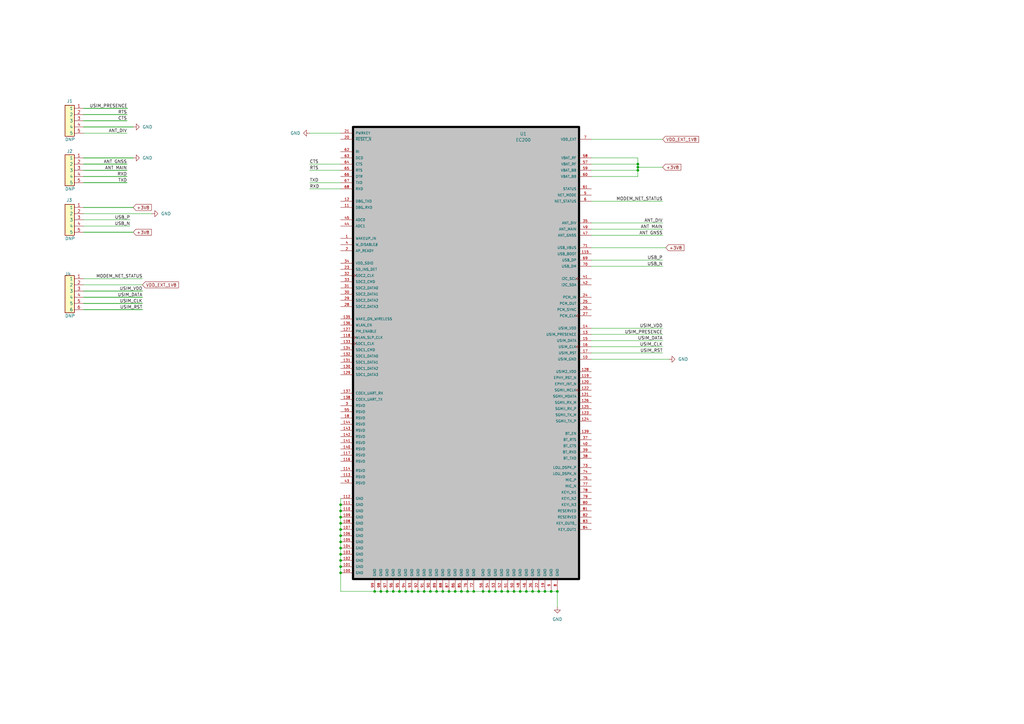
<source format=kicad_sch>
(kicad_sch (version 20231120) (generator "eeschema") (generator_version "8.0")
  (paper "A3")
  (lib_symbols
    (symbol "EC25:EC25" (pin_names (offset 1.016))
      (property "Reference" "U1" (at 0 77.216 0))
      (property "Value" "EC25" (at 0 74.676 0))
      (symbol "EC25_0_0"
        (pin input line (at -74.93 34.29 0) (length 5.08) (name "WAKEUP_IN") (number "1"))
        (pin power_in line (at 27.94 -15.24 180) (length 5.08) (name "USIM_GND") (number "10"))
        (pin power_in line (at -74.93 -102.87 0) (length 5.08) (name "GND") (number "100"))
        (pin power_in line (at -74.93 -100.33 0) (length 5.08) (name "GND") (number "101"))
        (pin power_in line (at -74.93 -97.79 0) (length 5.08) (name "GND") (number "102"))
        (pin power_in line (at -74.93 -95.25 0) (length 5.08) (name "GND") (number "103"))
        (pin power_in line (at -74.93 -92.71 0) (length 5.08) (name "GND") (number "104"))
        (pin power_in line (at -74.93 -90.17 0) (length 5.08) (name "GND") (number "105"))
        (pin power_in line (at -74.93 -87.63 0) (length 5.08) (name "GND") (number "106"))
        (pin power_in line (at -74.93 -85.09 0) (length 5.08) (name "GND") (number "107"))
        (pin power_in line (at -74.93 -82.55 0) (length 5.08) (name "GND") (number "108"))
        (pin power_in line (at -74.93 -80.01 0) (length 5.08) (name "GND") (number "109"))
        (pin input line (at -74.93 46.99 0) (length 5.08) (name "DBG_RXD") (number "11"))
        (pin power_in line (at -74.93 -77.47 0) (length 5.08) (name "GND") (number "110"))
        (pin power_in line (at -74.93 -74.93 0) (length 5.08) (name "GND") (number "111"))
        (pin power_in line (at -74.93 -72.39 0) (length 5.08) (name "GND") (number "112"))
        (pin passive line (at -74.93 -63.5 0) (length 5.08) (name "RSVD") (number "113"))
        (pin passive line (at -74.93 -60.96 0) (length 5.08) (name "RSVD") (number "114"))
        (pin input line (at 27.94 27.94 180) (length 5.08) (name "USB_BOOT") (number "115"))
        (pin passive line (at -74.93 -57.15 0) (length 5.08) (name "RSVD") (number "116"))
        (pin passive line (at -74.93 -54.61 0) (length 5.08) (name "RSVD") (number "117"))
        (pin output clock (at -74.93 -6.35 0) (length 5.08) (name "WLAN_SLP_CLK") (number "118"))
        (pin output line (at 27.94 -22.86 180) (length 5.08) (name "EPHY_RST_N") (number "119"))
        (pin output line (at -74.93 49.53 0) (length 5.08) (name "DBG_TXD") (number "12"))
        (pin input line (at 27.94 -25.4 180) (length 5.08) (name "EPHY_INT_N") (number "120"))
        (pin bidirectional line (at 27.94 -30.48 180) (length 5.08) (name "SGMII_MDATA") (number "121"))
        (pin output clock (at 27.94 -27.94 180) (length 5.08) (name "SGMII_MCLK") (number "122"))
        (pin output line (at 27.94 -38.1 180) (length 5.08) (name "SGMII_TX_M") (number "123"))
        (pin output line (at 27.94 -40.64 180) (length 5.08) (name "SGMII_TX_P") (number "124"))
        (pin input line (at 27.94 -35.56 180) (length 5.08) (name "SGMII_RX_P") (number "125"))
        (pin input line (at 27.94 -33.02 180) (length 5.08) (name "SGMII_RX_M") (number "126"))
        (pin output line (at -74.93 -3.81 0) (length 5.08) (name "PM_ENABLE") (number "127"))
        (pin power_in line (at 27.94 -20.32 180) (length 5.08) (name "USIM2_VDD") (number "128"))
        (pin bidirectional line (at -74.93 -21.59 0) (length 5.08) (name "SDC1_DATA3") (number "129"))
        (pin input line (at 27.94 -5.08 180) (length 5.08) (name "USIM_PRESENCE") (number "13"))
        (pin bidirectional line (at -74.93 -19.05 0) (length 5.08) (name "SDC1_DATA2") (number "130"))
        (pin bidirectional line (at -74.93 -16.51 0) (length 5.08) (name "SDC1_DATA1") (number "131"))
        (pin bidirectional line (at -74.93 -13.97 0) (length 5.08) (name "SDC1_DATA0") (number "132"))
        (pin output clock (at -74.93 -8.89 0) (length 5.08) (name "SDC1_CLK") (number "133"))
        (pin output line (at -74.93 -11.43 0) (length 5.08) (name "SDC1_CMD") (number "134"))
        (pin input line (at -74.93 1.27 0) (length 5.08) (name "WAKE_ON_WIRELESS") (number "135"))
        (pin output line (at -74.93 -1.27 0) (length 5.08) (name "WLAN_EN") (number "136"))
        (pin input line (at -74.93 -29.21 0) (length 5.08) (name "COEX_UART_RX") (number "137"))
        (pin output line (at -74.93 -31.75 0) (length 5.08) (name "COEX_UART_TX") (number "138"))
        (pin output line (at 27.94 -45.72 180) (length 5.08) (name "BT_EN") (number "139"))
        (pin power_in line (at 27.94 -2.54 180) (length 5.08) (name "USIM_VDD") (number "14"))
        (pin passive line (at -74.93 -52.07 0) (length 5.08) (name "RSVD") (number "140"))
        (pin passive line (at -74.93 -49.53 0) (length 5.08) (name "RSVD") (number "141"))
        (pin passive line (at -74.93 -46.99 0) (length 5.08) (name "RSVD") (number "142"))
        (pin passive line (at -74.93 -44.45 0) (length 5.08) (name "RSVD") (number "143"))
        (pin passive line (at -74.93 -41.91 0) (length 5.08) (name "RSVD") (number "144"))
        (pin bidirectional line (at 27.94 -7.62 180) (length 5.08) (name "USIM_DATA") (number "15"))
        (pin output clock (at 27.94 -10.16 180) (length 5.08) (name "USIM_CLK") (number "16"))
        (pin output line (at 27.94 -12.7 180) (length 5.08) (name "USIM_RST") (number "17"))
        (pin passive line (at -74.93 -39.37 0) (length 5.08) (name "RSVD") (number "18"))
        (pin power_in line (at 8.89 -110.49 90) (length 5.08) (name "GND") (number "19"))
        (pin input line (at -74.93 29.21 0) (length 5.08) (name "AP_READY") (number "2"))
        (pin input line (at -74.93 74.93 0) (length 5.08) (name "~{RESET_N}") (number "20"))
        (pin input line (at -74.93 77.47 0) (length 5.08) (name "PWRKEY") (number "21"))
        (pin power_in line (at 6.35 -110.49 90) (length 5.08) (name "GND") (number "22"))
        (pin input line (at -74.93 21.59 0) (length 5.08) (name "SD_INS_DET") (number "23"))
        (pin input line (at 27.94 10.16 180) (length 5.08) (name "PCM_IN") (number "24"))
        (pin output line (at 27.94 7.62 180) (length 5.08) (name "PCM_OUT") (number "25"))
        (pin bidirectional line (at 27.94 5.08 180) (length 5.08) (name "PCM_SYNC") (number "26"))
        (pin bidirectional clock (at 27.94 2.54 180) (length 5.08) (name "PCM_CLK") (number "27"))
        (pin bidirectional line (at -74.93 6.35 0) (length 5.08) (name "SDC2_DATA3") (number "28"))
        (pin bidirectional line (at -74.93 8.89 0) (length 5.08) (name "SDC2_DATA2") (number "29"))
        (pin passive line (at -74.93 -34.29 0) (length 5.08) (name "RSVD") (number "3"))
        (pin bidirectional line (at -74.93 11.43 0) (length 5.08) (name "SDC2_DATA1") (number "30"))
        (pin bidirectional line (at -74.93 13.97 0) (length 5.08) (name "SDC2_DATA0") (number "31"))
        (pin output clock (at -74.93 19.05 0) (length 5.08) (name "SDC2_CLK") (number "32"))
        (pin bidirectional line (at -74.93 16.51 0) (length 5.08) (name "SDC2_CMD") (number "33"))
        (pin power_in line (at -74.93 24.13 0) (length 5.08) (name "VDD_SDIO") (number "34"))
        (pin input line (at 27.94 40.64 180) (length 5.08) (name "ANT_DIV") (number "35"))
        (pin power_in line (at 3.81 -110.49 90) (length 5.08) (name "GND") (number "36"))
        (pin input line (at 27.94 -48.26 180) (length 5.08) (name "BT_RTS") (number "37"))
        (pin output line (at 27.94 -55.88 180) (length 5.08) (name "BT_TXD") (number "38"))
        (pin input line (at 27.94 -53.34 180) (length 5.08) (name "BT_RXD") (number "39"))
        (pin input line (at -74.93 31.75 0) (length 5.08) (name "W_DISABLE#") (number "4"))
        (pin output line (at 27.94 -50.8 180) (length 5.08) (name "BT_CTS") (number "40"))
        (pin output clock (at 27.94 17.78 180) (length 5.08) (name "I2C_SCL") (number "41"))
        (pin output line (at 27.94 15.24 180) (length 5.08) (name "I2C_SDA") (number "42"))
        (pin passive line (at -74.93 -66.04 0) (length 5.08) (name "RSVD") (number "43"))
        (pin input line (at -74.93 39.37 0) (length 5.08) (name "ADC1") (number "44"))
        (pin input line (at -74.93 41.91 0) (length 5.08) (name "ADC0") (number "45"))
        (pin power_in line (at 1.27 -110.49 90) (length 5.08) (name "GND") (number "46"))
        (pin input line (at 27.94 35.56 180) (length 5.08) (name "ANT_GNSS") (number "47"))
        (pin power_in line (at -1.27 -110.49 90) (length 5.08) (name "GND") (number "48"))
        (pin bidirectional line (at 27.94 38.1 180) (length 5.08) (name "ANT_MAIN") (number "49"))
        (pin output line (at 27.94 52.07 180) (length 5.08) (name "NET_MODE") (number "5"))
        (pin power_in line (at -3.81 -110.49 90) (length 5.08) (name "GND") (number "50"))
        (pin power_in line (at -6.35 -110.49 90) (length 5.08) (name "GND") (number "51"))
        (pin power_in line (at -8.89 -110.49 90) (length 5.08) (name "GND") (number "52"))
        (pin power_in line (at -11.43 -110.49 90) (length 5.08) (name "GND") (number "53"))
        (pin power_in line (at -13.97 -110.49 90) (length 5.08) (name "GND") (number "54"))
        (pin passive line (at -74.93 -36.83 0) (length 5.08) (name "RSVD") (number "55"))
        (pin power_in line (at -16.51 -110.49 90) (length 5.08) (name "GND") (number "56"))
        (pin power_in line (at 27.94 64.77 180) (length 5.08) (name "VBAT_RF") (number "57"))
        (pin power_in line (at 27.94 67.31 180) (length 5.08) (name "VBAT_RF") (number "58"))
        (pin power_in line (at 27.94 62.23 180) (length 5.08) (name "VBAT_BB") (number "59"))
        (pin output line (at 27.94 49.53 180) (length 5.08) (name "NET_STATUS") (number "6"))
        (pin power_in line (at 27.94 59.69 180) (length 5.08) (name "VBAT_BB") (number "60"))
        (pin output line (at 27.94 54.61 180) (length 5.08) (name "STATUS") (number "61"))
        (pin output line (at -74.93 69.85 0) (length 5.08) (name "RI") (number "62"))
        (pin output line (at -74.93 67.31 0) (length 5.08) (name "DCD") (number "63"))
        (pin output line (at -74.93 64.77 0) (length 5.08) (name "CTS") (number "64"))
        (pin input line (at -74.93 62.23 0) (length 5.08) (name "RTS") (number "65"))
        (pin input line (at -74.93 59.69 0) (length 5.08) (name "DTR") (number "66"))
        (pin output line (at -74.93 57.15 0) (length 5.08) (name "TXD") (number "67"))
        (pin input line (at -74.93 54.61 0) (length 5.08) (name "RXD") (number "68"))
        (pin bidirectional line (at 27.94 25.4 180) (length 5.08) (name "USB_DP") (number "69"))
        (pin power_in line (at 27.94 74.93 180) (length 5.08) (name "VDD_EXT") (number "7"))
        (pin bidirectional line (at 27.94 22.86 180) (length 5.08) (name "USB_DM") (number "70"))
        (pin input line (at 27.94 30.48 180) (length 5.08) (name "USB_VBUS") (number "71"))
        (pin power_in line (at -20.32 -110.49 90) (length 5.08) (name "GND") (number "72"))
        (pin power_in line (at 13.97 -110.49 90) (length 5.08) (name "GND") (number "8"))
        (pin power_in line (at -25.4 -110.49 90) (length 5.08) (name "GND") (number "85"))
        (pin power_in line (at -27.94 -110.49 90) (length 5.08) (name "GND") (number "86"))
        (pin power_in line (at -30.48 -110.49 90) (length 5.08) (name "GND") (number "87"))
        (pin power_in line (at -33.02 -110.49 90) (length 5.08) (name "GND") (number "88"))
        (pin power_in line (at -35.56 -110.49 90) (length 5.08) (name "GND") (number "89"))
        (pin power_in line (at 11.43 -110.49 90) (length 5.08) (name "GND") (number "9"))
        (pin power_in line (at -38.1 -110.49 90) (length 5.08) (name "GND") (number "90"))
        (pin power_in line (at -40.64 -110.49 90) (length 5.08) (name "GND") (number "91"))
        (pin power_in line (at -43.18 -110.49 90) (length 5.08) (name "GND") (number "92"))
        (pin power_in line (at -45.72 -110.49 90) (length 5.08) (name "GND") (number "93"))
        (pin power_in line (at -48.26 -110.49 90) (length 5.08) (name "GND") (number "94"))
        (pin power_in line (at -50.8 -110.49 90) (length 5.08) (name "GND") (number "95"))
        (pin power_in line (at -53.34 -110.49 90) (length 5.08) (name "GND") (number "96"))
        (pin power_in line (at -55.88 -110.49 90) (length 5.08) (name "GND") (number "97"))
        (pin power_in line (at -58.42 -110.49 90) (length 5.08) (name "GND") (number "98"))
        (pin power_in line (at -60.96 -110.49 90) (length 5.08) (name "GND") (number "99"))
      )
      (symbol "EC25_1_0"
        (rectangle (start -69.85 80.01) (end 22.86 -105.41) (stroke (width 0.889) (color 0 0 0 1)) (fill (type color) (color 194 194 194 1)))
      )
      (symbol "EC25_1_1"
        (pin input line (at 27.94 -59.69 180) (length 5.08) (name "LOU_DSPK_P") (number "73"))
        (pin input line (at 27.94 -62.23 180) (length 5.08) (name "LOU_DSPK_N") (number "74"))
        (pin input line (at 27.94 -64.77 180) (length 5.08) (name "MIC_P") (number "75"))
        (pin input line (at -22.86 -110.49 90) (length 5.08) (name "GND") (number "76"))
        (pin input line (at 27.94 -67.31 180) (length 5.08) (name "MIC_N") (number "77"))
        (pin input line (at 27.94 -69.85 180) (length 5.08) (name "KEYI_N1") (number "78"))
        (pin input line (at 27.94 -72.39 180) (length 5.08) (name "KEYI_N2") (number "79"))
        (pin input line (at 27.94 -74.93 180) (length 5.08) (name "KEYI_N3") (number "80"))
        (pin input line (at 27.94 -77.47 180) (length 5.08) (name "RESERVED") (number "81"))
        (pin input line (at 27.94 -80.01 180) (length 5.08) (name "RESERVED") (number "82"))
        (pin input line (at 27.94 -82.55 180) (length 5.08) (name "KEY_OUT0_") (number "83"))
        (pin input line (at 27.94 -85.09 180) (length 5.08) (name "KEY_OUT1") (number "84"))
      )
    )
    (symbol "Movita Pro V2_1-altium-import:root_0_CastellatedHoles_5Ways_2_54mm"
      (symbol "root_0_CastellatedHoles_5Ways_2_54mm_1_0"
        (rectangle (start 7.62 20.32) (end 3.81 7.62) (stroke (width 0.254) (color 128 0 0 1)) (fill (type background)))
        (pin passive line (at 11.43 19.05 180) (length 3.81) (name "1") (number "1"))
        (pin passive line (at 11.43 16.51 180) (length 3.81) (name "2") (number "2"))
        (pin passive line (at 11.43 13.97 180) (length 3.81) (name "3") (number "3"))
        (pin passive line (at 11.43 11.43 180) (length 3.81) (name "4") (number "4"))
        (pin passive line (at 11.43 8.89 180) (length 3.81) (name "5") (number "5"))
      )
    )
    (symbol "Movita Pro V2_1-altium-import:root_0_CastellatedHoles_6Ways_2_54mm"
      (symbol "root_0_CastellatedHoles_6Ways_2_54mm_1_0"
        (rectangle (start 7.62 20.32) (end 3.81 5.08) (stroke (width 0.254) (color 128 0 0 1)) (fill (type background)))
        (pin passive line (at 11.43 19.05 180) (length 3.81) (name "1") (number "1"))
        (pin passive line (at 11.43 16.51 180) (length 3.81) (name "2") (number "2"))
        (pin passive line (at 11.43 13.97 180) (length 3.81) (name "3") (number "3"))
        (pin passive line (at 11.43 11.43 180) (length 3.81) (name "4") (number "4"))
        (pin passive line (at 11.43 8.89 180) (length 3.81) (name "5") (number "5"))
        (pin passive line (at 11.43 6.35 180) (length 3.81) (name "6") (number "6"))
      )
    )
    (symbol "power:GND" (power) (pin_names (offset 0))
      (property "Value" "GND" (at 0 -3.81 0))
      (symbol "GND_0_1"
        (polyline (pts (xy 0 0) (xy 0 -1.27) (xy 1.27 -1.27) (xy 0 -2.54) (xy -1.27 -1.27) (xy 0 -1.27)))
      )
      (symbol "GND_1_1"
        (pin power_in line (at 0 0 270) (length 0) hide (name "GND") (number "1"))
      )
    )
  )
  (junction (at 191.77 242.57))
  (junction (at 163.83 242.57))
  (junction (at 226.06 242.57))
  (junction (at 261.62 67.31))
  (junction (at 168.91 242.57))
  (junction (at 179.07 242.57))
  (junction (at 203.2 242.57))
  (junction (at 228.6 242.57))
  (junction (at 210.82 242.57))
  (junction (at 261.62 68.58))
  (junction (at 181.61 242.57))
  (junction (at 139.7 219.71))
  (junction (at 186.69 242.57))
  (junction (at 194.31 242.57))
  (junction (at 139.7 217.17))
  (junction (at 208.28 242.57))
  (junction (at 139.7 207.01))
  (junction (at 261.62 69.85))
  (junction (at 153.67 242.57))
  (junction (at 166.37 242.57))
  (junction (at 139.7 222.25))
  (junction (at 139.7 227.33))
  (junction (at 139.7 212.09))
  (junction (at 200.66 242.57))
  (junction (at 218.44 242.57))
  (junction (at 171.45 242.57))
  (junction (at 184.15 242.57))
  (junction (at 161.29 242.57))
  (junction (at 205.74 242.57))
  (junction (at 223.52 242.57))
  (junction (at 156.21 242.57))
  (junction (at 176.53 242.57))
  (junction (at 198.12 242.57))
  (junction (at 139.7 234.95))
  (junction (at 139.7 209.55))
  (junction (at 139.7 214.63))
  (junction (at 158.75 242.57))
  (junction (at 215.9 242.57))
  (junction (at 189.23 242.57))
  (junction (at 139.7 232.41))
  (junction (at 139.7 224.79))
  (junction (at 139.7 229.87))
  (junction (at 213.36 242.57))
  (junction (at 220.98 242.57))
  (junction (at 173.99 242.57))
  (wire (pts (xy 139.7 224.79) (xy 139.7 227.33)))
  (wire (pts (xy 127 67.31) (xy 139.7 67.31)))
  (wire (pts (xy 261.62 69.85) (xy 261.62 72.39)))
  (wire (pts (xy 200.66 242.57) (xy 203.2 242.57)))
  (wire (pts (xy 213.36 242.57) (xy 215.9 242.57)))
  (wire (pts (xy 271.78 68.58) (xy 261.62 68.58)))
  (wire (pts (xy 34.29 95.25) (xy 54.61 95.25)) (stroke (width 0.254)))
  (wire (pts (xy 139.7 204.47) (xy 139.7 207.01)))
  (wire (pts (xy 226.06 242.57) (xy 228.6 242.57)))
  (wire (pts (xy 208.28 242.57) (xy 210.82 242.57)))
  (wire (pts (xy 271.78 144.78) (xy 242.57 144.78)))
  (wire (pts (xy 220.98 242.57) (xy 223.52 242.57)))
  (wire (pts (xy 158.75 242.57) (xy 161.29 242.57)))
  (wire (pts (xy 171.45 242.57) (xy 173.99 242.57)))
  (wire (pts (xy 223.52 242.57) (xy 226.06 242.57)))
  (wire (pts (xy 218.44 242.57) (xy 220.98 242.57)))
  (wire (pts (xy 139.7 217.17) (xy 139.7 219.71)))
  (wire (pts (xy 271.78 91.44) (xy 242.57 91.44)))
  (wire (pts (xy 261.62 67.31) (xy 242.57 67.31)))
  (wire (pts (xy 139.7 232.41) (xy 139.7 234.95)))
  (wire (pts (xy 127 77.47) (xy 139.7 77.47)))
  (wire (pts (xy 53.34 92.71) (xy 34.29 92.71)))
  (wire (pts (xy 242.57 69.85) (xy 261.62 69.85)))
  (wire (pts (xy 34.29 127) (xy 58.42 127)) (stroke (width 0.254)))
  (wire (pts (xy 173.99 242.57) (xy 176.53 242.57)))
  (wire (pts (xy 261.62 64.77) (xy 261.62 67.31)))
  (wire (pts (xy 139.7 207.01) (xy 139.7 209.55)))
  (wire (pts (xy 34.29 54.61) (xy 52.07 54.61)))
  (wire (pts (xy 34.29 116.84) (xy 58.42 116.84)))
  (wire (pts (xy 168.91 242.57) (xy 171.45 242.57)))
  (wire (pts (xy 242.57 147.32) (xy 274.32 147.32)))
  (wire (pts (xy 163.83 242.57) (xy 166.37 242.57)))
  (wire (pts (xy 271.78 134.62) (xy 242.57 134.62)))
  (wire (pts (xy 261.62 68.58) (xy 261.62 69.85)))
  (wire (pts (xy 242.57 57.15) (xy 271.78 57.15)))
  (wire (pts (xy 271.78 82.55) (xy 242.57 82.55)))
  (wire (pts (xy 139.7 227.33) (xy 139.7 229.87)))
  (wire (pts (xy 242.57 64.77) (xy 261.62 64.77)))
  (wire (pts (xy 203.2 242.57) (xy 205.74 242.57)))
  (wire (pts (xy 215.9 242.57) (xy 218.44 242.57)))
  (wire (pts (xy 205.74 242.57) (xy 208.28 242.57)))
  (wire (pts (xy 52.07 67.31) (xy 34.29 67.31)) (stroke (width 0.254)))
  (wire (pts (xy 127 74.93) (xy 139.7 74.93)))
  (wire (pts (xy 52.07 49.53) (xy 34.29 49.53)) (stroke (width 0.254)))
  (wire (pts (xy 58.42 121.92) (xy 34.29 121.92)) (stroke (width 0.254)))
  (wire (pts (xy 186.69 242.57) (xy 189.23 242.57)))
  (wire (pts (xy 34.29 46.99) (xy 52.07 46.99)) (stroke (width 0.254)))
  (wire (pts (xy 52.3 44.45) (xy 34.29 44.45)) (stroke (width 0.254)))
  (wire (pts (xy 161.29 242.57) (xy 163.83 242.57)))
  (wire (pts (xy 176.53 242.57) (xy 179.07 242.57)))
  (wire (pts (xy 184.15 242.57) (xy 186.69 242.57)))
  (wire (pts (xy 127 69.85) (xy 139.7 69.85)))
  (wire (pts (xy 191.77 242.57) (xy 194.31 242.57)))
  (wire (pts (xy 271.78 96.52) (xy 242.57 96.52)))
  (wire (pts (xy 34.29 85.09) (xy 54.61 85.09)) (stroke (width 0.254)))
  (wire (pts (xy 210.82 242.57) (xy 213.36 242.57)))
  (wire (pts (xy 53.34 90.17) (xy 34.29 90.17)))
  (wire (pts (xy 261.62 67.31) (xy 261.62 68.58)))
  (wire (pts (xy 271.78 93.98) (xy 242.57 93.98)))
  (wire (pts (xy 52.07 74.93) (xy 34.29 74.93)) (stroke (width 0.254)))
  (wire (pts (xy 139.7 214.63) (xy 139.7 217.17)))
  (wire (pts (xy 228.6 242.57) (xy 228.6 248.92)))
  (wire (pts (xy 52.07 72.39) (xy 34.29 72.39)) (stroke (width 0.254)))
  (wire (pts (xy 271.78 109.22) (xy 242.57 109.22)))
  (wire (pts (xy 271.78 139.7) (xy 242.57 139.7)))
  (wire (pts (xy 271.78 106.68) (xy 242.57 106.68)))
  (wire (pts (xy 198.12 242.57) (xy 200.66 242.57)))
  (wire (pts (xy 189.23 242.57) (xy 191.77 242.57)))
  (wire (pts (xy 242.57 101.6) (xy 273.05 101.6)))
  (wire (pts (xy 127 54.61) (xy 139.7 54.61)))
  (wire (pts (xy 156.21 242.57) (xy 158.75 242.57)))
  (wire (pts (xy 194.31 242.57) (xy 198.12 242.57)))
  (wire (pts (xy 139.7 234.95) (xy 139.7 242.57)))
  (wire (pts (xy 34.29 124.46) (xy 58.42 124.46)) (stroke (width 0.254)))
  (wire (pts (xy 181.61 242.57) (xy 184.15 242.57)))
  (wire (pts (xy 34.29 64.77) (xy 54.61 64.77)) (stroke (width 0.254)))
  (wire (pts (xy 139.7 212.09) (xy 139.7 214.63)))
  (wire (pts (xy 242.57 72.39) (xy 261.62 72.39)))
  (wire (pts (xy 34.29 119.38) (xy 58.42 119.38)) (stroke (width 0.254)))
  (wire (pts (xy 34.29 52.07) (xy 54.61 52.07)) (stroke (width 0.254)))
  (wire (pts (xy 58.42 114.3) (xy 34.29 114.3)))
  (wire (pts (xy 166.37 242.57) (xy 168.91 242.57)))
  (wire (pts (xy 242.57 137.16) (xy 271.78 137.16)))
  (wire (pts (xy 139.7 229.87) (xy 139.7 232.41)))
  (wire (pts (xy 52.07 69.85) (xy 34.29 69.85)) (stroke (width 0.254)))
  (wire (pts (xy 153.67 242.57) (xy 156.21 242.57)))
  (wire (pts (xy 271.78 142.24) (xy 242.57 142.24)))
  (wire (pts (xy 34.29 87.63) (xy 62.23 87.63)))
  (wire (pts (xy 139.7 209.55) (xy 139.7 212.09)))
  (wire (pts (xy 139.7 219.71) (xy 139.7 222.25)))
  (wire (pts (xy 139.7 242.57) (xy 153.67 242.57)))
  (wire (pts (xy 179.07 242.57) (xy 181.61 242.57)))
  (wire (pts (xy 139.7 222.25) (xy 139.7 224.79)))
  (label "USB_P" (at 271.78 106.68 180))
  (label "RXD" (at 127 77.47 0))
  (label "ANT_DIV" (at 52.07 54.61 180))
  (label "ANT GNSS" (at 271.78 96.52 180))
  (label "CTS" (at 52.07 49.53 180))
  (label "ANT_DIV" (at 271.78 91.44 180))
  (label "USIM_RST" (at 271.78 144.78 180))
  (label "USIM_CLK" (at 58.42 124.46 180))
  (label "USIM_DATA" (at 271.78 139.7 180))
  (label "CTS" (at 127 67.31 0))
  (label "RTS" (at 127 69.85 0))
  (label "USIM_VDD" (at 271.78 134.62 180))
  (label "USIM_PRESENCE" (at 271.78 137.16 180))
  (label "MODEM_NET_STATUS" (at 271.78 82.55 180))
  (label "RXD" (at 52.07 72.39 180))
  (label "ANT MAIN" (at 52.07 69.85 180))
  (label "USIM_DATA" (at 58.42 121.92 180))
  (label "USIM_VDD" (at 58.42 119.38 180))
  (label "USB_P" (at 53.34 90.17 180))
  (label "USIM_RST" (at 58.42 127 180))
  (label "ANT MAIN" (at 271.78 93.98 180))
  (label "USB_N" (at 53.34 92.71 180))
  (label "USB_N" (at 271.78 109.22 180))
  (label "USIM_PRESENCE" (at 52.3 44.45 180))
  (label "RTS" (at 52.07 46.99 180))
  (label "USIM_CLK" (at 271.78 142.24 180))
  (label "TXD" (at 52.07 74.93 180))
  (label "MODEM_NET_STATUS" (at 58.42 114.3 180))
  (label "TXD" (at 127 74.93 0))
  (label "ANT GNSS" (at 52.07 67.31 180))
  (global_label "VDD_EXT_1V8" (shape input) (at 271.78 57.15 0) (property "Intersheetrefs" "${INTERSHEET_REFS}" (effects (hide yes))))
  (global_label "+3V8" (shape input) (at 54.61 85.09 0) (property "Intersheetrefs" "${INTERSHEET_REFS}" (effects (hide yes))))
  (global_label "+3V8" (shape input) (at 271.78 68.58 0) (property "Intersheetrefs" "${INTERSHEET_REFS}" (effects (hide yes))))
  (global_label "VDD_EXT_1V8" (shape input) (at 58.42 116.84 0) (property "Intersheetrefs" "${INTERSHEET_REFS}" (effects (hide yes))))
  (global_label "+3V8" (shape input) (at 54.61 95.25 0) (property "Intersheetrefs" "${INTERSHEET_REFS}" (effects (hide yes))))
  (global_label "+3V8" (shape input) (at 273.05 101.6 0) (property "Intersheetrefs" "${INTERSHEET_REFS}" (effects (hide yes))))
  (symbol (lib_id "Movita Pro V2_1-altium-import:root_0_CastellatedHoles_6Ways_2_54mm") (at 22.86 133.35 0) (unit 1)
    (property "Reference" "J4" (at 26.67 113.03 0) (effects (justify left bottom)))
    (property "Value" "DNP" (at 26.67 130.302 0) (effects (justify left bottom)))
    (property "Footprint" "Footprint Library:castelled 6" (effects (hide yes)))
  )
  (symbol (lib_id "Movita Pro V2_1-altium-import:root_0_CastellatedHoles_5Ways_2_54mm") (at 22.86 83.82 0) (unit 1)
    (property "Reference" "J2" (at 27.432 62.738 0) (effects (justify left bottom)))
    (property "Value" "DNP" (at 26.67 78.232 0) (effects (justify left bottom)))
    (property "Footprint" "Footprint Library:Castelled 5" (effects (hide yes)))
  )
  (symbol (lib_id "power:GND") (at 54.61 64.77 90) (unit 1)
    (property "Reference" "#PWR03" (effects (hide yes)))
    (property "Value" "GND" (at 58.42 64.7699 90) (effects (justify right)))
    (property "Description" "Power symbol creates a global label with name \"GND\" , ground" (effects (hide yes)))
  )
  (symbol (lib_id "power:GND") (at 274.32 147.32 90) (unit 1)
    (property "Reference" "#PWR010" (effects (hide yes)))
    (property "Value" "GND" (at 278.13 147.3199 90) (effects (justify right)))
    (property "Description" "Power symbol creates a global label with name \"GND\" , ground" (effects (hide yes)))
  )
  (symbol (lib_id "EC25:EC25") (at 214.63 132.08 0) (unit 1)
    (property "Reference" "U1" (at 214.63 54.864 0))
    (property "Value" "EC200" (at 214.63 57.404 0))
    (property "Footprint" "Footprint Library:EC200" (effects (hide yes)))
    (property "MF" "Quectel" (effects (hide yes)))
    (property "Description_1" "\nLTE Cat 4 module; 32.0mm 29.0mm 2.4mm; Max. 150Mbps downlink / 50Mbps uplink; LCC form factor; Extended temperature range of -40C to +85C.\n" (effects (hide yes)))
    (property "Package" "Custom Quectel" (effects (hide yes)))
    (property "Price" "None" (effects (hide yes)))
    (property "SnapEDA_Link" "https://www.snapeda.com/parts/EC25/Quectel/view-part/?ref=snap" (effects (hide yes)))
    (property "MP" "EC25" (effects (hide yes)))
    (property "Availability" "In Stock" (effects (hide yes)))
    (property "Check_prices" "https://www.snapeda.com/parts/EC25/Quectel/view-part/?ref=eda" (effects (hide yes)))
  )
  (symbol (lib_id "Movita Pro V2_1-altium-import:root_0_CastellatedHoles_5Ways_2_54mm") (at 22.86 63.5 0) (unit 1)
    (property "Reference" "J1" (at 27.432 42.164 0) (effects (justify left bottom)))
    (property "Value" "DNP" (at 26.67 57.912 0) (effects (justify left bottom)))
    (property "Footprint" "Footprint Library:Castelled 5" (effects (hide yes)))
  )
  (symbol (lib_id "power:GND") (at 54.61 52.07 90) (unit 1)
    (property "Reference" "#PWR05" (effects (hide yes)))
    (property "Value" "GND" (at 58.42 52.0699 90) (effects (justify right)))
    (property "Description" "Power symbol creates a global label with name \"GND\" , ground" (effects (hide yes)))
  )
  (symbol (lib_id "power:GND") (at 62.23 87.63 90) (unit 1)
    (property "Reference" "#PWR01" (effects (hide yes)))
    (property "Value" "GND" (at 66.04 87.6299 90) (effects (justify right)))
    (property "Description" "Power symbol creates a global label with name \"GND\" , ground" (effects (hide yes)))
  )
  (symbol (lib_id "power:GND") (at 127 54.61 270) (unit 1)
    (property "Reference" "#PWR011" (effects (hide yes)))
    (property "Value" "GND" (at 123.19 54.6099 90) (effects (justify right)))
    (property "Description" "Power symbol creates a global label with name \"GND\" , ground" (effects (hide yes)))
  )
  (symbol (lib_id "Movita Pro V2_1-altium-import:root_0_CastellatedHoles_5Ways_2_54mm") (at 22.86 104.14 0) (unit 1)
    (property "Reference" "J3" (at 27.178 82.804 0) (effects (justify left bottom)))
    (property "Value" "DNP" (at 26.67 98.552 0) (effects (justify left bottom)))
    (property "Footprint" "Footprint Library:Castelled 5" (effects (hide yes)))
  )
  (symbol (lib_id "power:GND") (at 228.6 248.92 0) (unit 1)
    (property "Reference" "#PWR06" (effects (hide yes)))
    (property "Value" "GND" (at 228.6 254 0))
    (property "Description" "Power symbol creates a global label with name \"GND\" , ground" (effects (hide yes)))
  )
)
</source>
